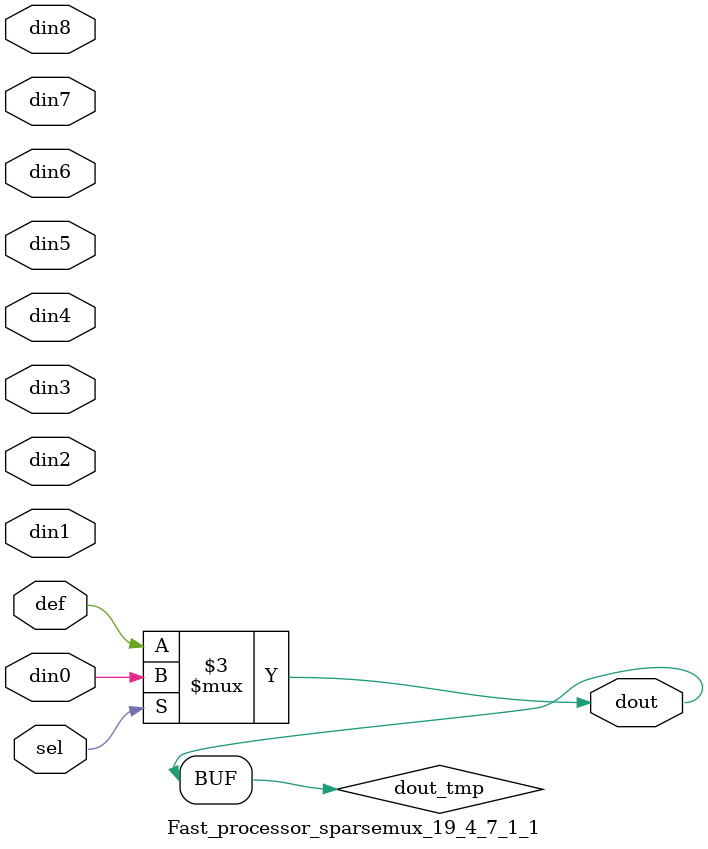
<source format=v>
`timescale 1ns / 1ps

module Fast_processor_sparsemux_19_4_7_1_1 (din0,din1,din2,din3,din4,din5,din6,din7,din8,def,sel,dout);

parameter din0_WIDTH = 1;

parameter din1_WIDTH = 1;

parameter din2_WIDTH = 1;

parameter din3_WIDTH = 1;

parameter din4_WIDTH = 1;

parameter din5_WIDTH = 1;

parameter din6_WIDTH = 1;

parameter din7_WIDTH = 1;

parameter din8_WIDTH = 1;

parameter def_WIDTH = 1;
parameter sel_WIDTH = 1;
parameter dout_WIDTH = 1;

parameter [sel_WIDTH-1:0] CASE0 = 1;

parameter [sel_WIDTH-1:0] CASE1 = 1;

parameter [sel_WIDTH-1:0] CASE2 = 1;

parameter [sel_WIDTH-1:0] CASE3 = 1;

parameter [sel_WIDTH-1:0] CASE4 = 1;

parameter [sel_WIDTH-1:0] CASE5 = 1;

parameter [sel_WIDTH-1:0] CASE6 = 1;

parameter [sel_WIDTH-1:0] CASE7 = 1;

parameter [sel_WIDTH-1:0] CASE8 = 1;

parameter ID = 1;
parameter NUM_STAGE = 1;



input [din0_WIDTH-1:0] din0;

input [din1_WIDTH-1:0] din1;

input [din2_WIDTH-1:0] din2;

input [din3_WIDTH-1:0] din3;

input [din4_WIDTH-1:0] din4;

input [din5_WIDTH-1:0] din5;

input [din6_WIDTH-1:0] din6;

input [din7_WIDTH-1:0] din7;

input [din8_WIDTH-1:0] din8;

input [def_WIDTH-1:0] def;
input [sel_WIDTH-1:0] sel;

output [dout_WIDTH-1:0] dout;



reg [dout_WIDTH-1:0] dout_tmp;

always @ (*) begin
case (sel)
    
    CASE0 : dout_tmp = din0;
    
    CASE1 : dout_tmp = din1;
    
    CASE2 : dout_tmp = din2;
    
    CASE3 : dout_tmp = din3;
    
    CASE4 : dout_tmp = din4;
    
    CASE5 : dout_tmp = din5;
    
    CASE6 : dout_tmp = din6;
    
    CASE7 : dout_tmp = din7;
    
    CASE8 : dout_tmp = din8;
    
    default : dout_tmp = def;
endcase
end


assign dout = dout_tmp;



endmodule

</source>
